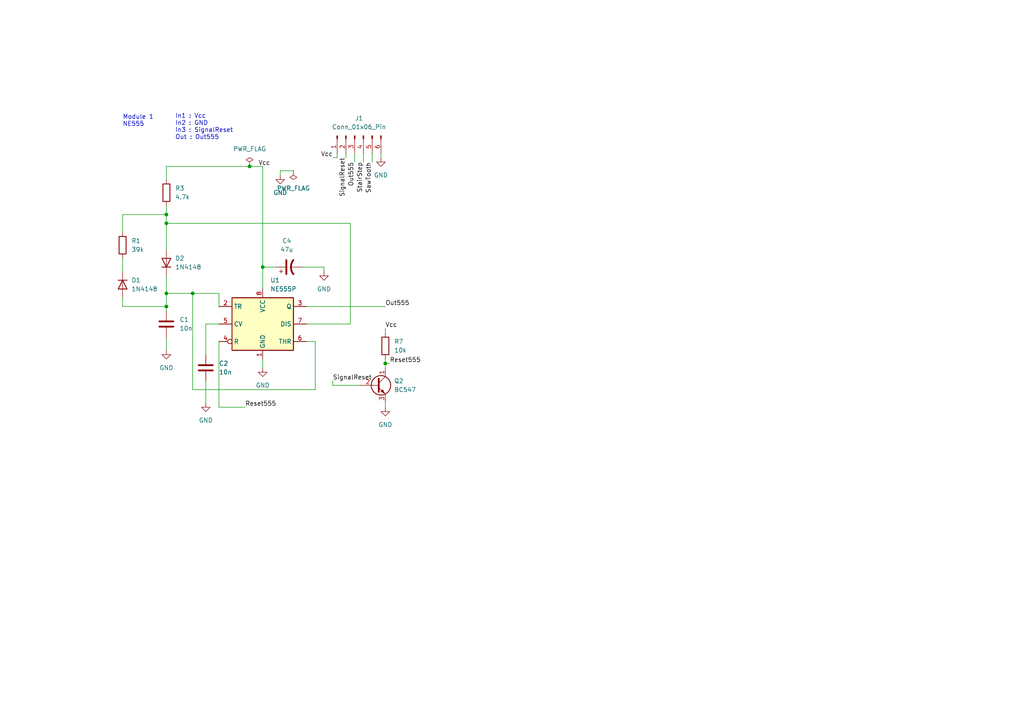
<source format=kicad_sch>
(kicad_sch (version 20230121) (generator eeschema)
  (paper "A4")
  (lib_symbols
    (symbol "Connector:Conn_01x06_Pin" (pin_names (offset 1.016) hide)
      (property "Reference" "J" (at 0 7.62 0))
      (property "Value" "Conn_01x06_Pin" (at 0 -10.16 0))
      (symbol "Conn_01x06_Pin_1_1"
        (polyline (pts (xy 1.27 -7.62) (xy 0.8636 -7.62)) (stroke (width 0.1524)))
        (polyline (pts (xy 1.27 -5.08) (xy 0.8636 -5.08)) (stroke (width 0.1524)))
        (polyline (pts (xy 1.27 -2.54) (xy 0.8636 -2.54)) (stroke (width 0.1524)))
        (polyline (pts (xy 1.27 0) (xy 0.8636 0)) (stroke (width 0.1524)))
        (polyline (pts (xy 1.27 2.54) (xy 0.8636 2.54)) (stroke (width 0.1524)))
        (polyline (pts (xy 1.27 5.08) (xy 0.8636 5.08)) (stroke (width 0.1524)))
        (rectangle (start 0.8636 -7.493) (end 0 -7.747) (stroke (width 0.1524)) (fill (type outline)))
        (rectangle (start 0.8636 -4.953) (end 0 -5.207) (stroke (width 0.1524)) (fill (type outline)))
        (rectangle (start 0.8636 -2.413) (end 0 -2.667) (stroke (width 0.1524)) (fill (type outline)))
        (rectangle (start 0.8636 0.127) (end 0 -0.127) (stroke (width 0.1524)) (fill (type outline)))
        (rectangle (start 0.8636 2.667) (end 0 2.413) (stroke (width 0.1524)) (fill (type outline)))
        (rectangle (start 0.8636 5.207) (end 0 4.953) (stroke (width 0.1524)) (fill (type outline)))
        (pin passive line (at 5.08 5.08 180) (length 3.81) (name "Pin_1") (number "1"))
        (pin passive line (at 5.08 2.54 180) (length 3.81) (name "Pin_2") (number "2"))
        (pin passive line (at 5.08 0 180) (length 3.81) (name "Pin_3") (number "3"))
        (pin passive line (at 5.08 -2.54 180) (length 3.81) (name "Pin_4") (number "4"))
        (pin passive line (at 5.08 -5.08 180) (length 3.81) (name "Pin_5") (number "5"))
        (pin passive line (at 5.08 -7.62 180) (length 3.81) (name "Pin_6") (number "6"))
      )
    )
    (symbol "Device:C" (pin_numbers hide) (pin_names (offset 0.254))
      (property "Reference" "C" (at 0.635 2.54 0))
      (property "Value" "C" (at 0.635 -2.54 0))
      (symbol "C_0_1"
        (polyline (pts (xy -2.032 -0.762) (xy 2.032 -0.762)) (stroke (width 0.508)))
        (polyline (pts (xy -2.032 0.762) (xy 2.032 0.762)) (stroke (width 0.508)))
      )
      (symbol "C_1_1"
        (pin passive line (at 0 3.81 270) (length 2.794) (name "~") (number "1"))
        (pin passive line (at 0 -3.81 90) (length 2.794) (name "~") (number "2"))
      )
    )
    (symbol "Device:C_Polarized_US" (pin_numbers hide) (pin_names (offset 0.254) hide)
      (property "Reference" "C" (at 0.635 2.54 0))
      (property "Value" "C_Polarized_US" (at 0.635 -2.54 0))
      (symbol "C_Polarized_US_0_1"
        (polyline (pts (xy -2.032 0.762) (xy 2.032 0.762)) (stroke (width 0.508)))
        (polyline (pts (xy -1.778 2.286) (xy -0.762 2.286)))
        (polyline (pts (xy -1.27 1.778) (xy -1.27 2.794)))
        (arc (start 2.032 -1.27) (mid 0 -0.5572) (end -2.032 -1.27) (stroke (width 0.508)))
      )
      (symbol "C_Polarized_US_1_1"
        (pin passive line (at 0 3.81 270) (length 2.794) (name "~") (number "1"))
        (pin passive line (at 0 -3.81 90) (length 3.302) (name "~") (number "2"))
      )
    )
    (symbol "Device:D" (pin_numbers hide) (pin_names (offset 1.016) hide)
      (property "Reference" "D" (at 0 2.54 0))
      (property "Value" "D" (at 0 -2.54 0))
      (symbol "D_0_1"
        (polyline (pts (xy -1.27 1.27) (xy -1.27 -1.27)) (stroke (width 0.254)))
        (polyline (pts (xy 1.27 0) (xy -1.27 0)))
        (polyline (pts (xy 1.27 1.27) (xy 1.27 -1.27) (xy -1.27 0) (xy 1.27 1.27)) (stroke (width 0.254)))
      )
      (symbol "D_1_1"
        (pin passive line (at -3.81 0 0) (length 2.54) (name "K") (number "1"))
        (pin passive line (at 3.81 0 180) (length 2.54) (name "A") (number "2"))
      )
    )
    (symbol "Device:R" (pin_numbers hide) (pin_names (offset 0))
      (property "Reference" "R" (at 2.032 0 90))
      (property "Value" "R" (at 0 0 90))
      (symbol "R_0_1"
        (rectangle (start -1.016 -2.54) (end 1.016 2.54) (stroke (width 0.254)))
      )
      (symbol "R_1_1"
        (pin passive line (at 0 3.81 270) (length 1.27) (name "~") (number "1"))
        (pin passive line (at 0 -3.81 90) (length 1.27) (name "~") (number "2"))
      )
    )
    (symbol "Timer:NE555P"
      (property "Reference" "U" (at -10.16 8.89 0))
      (property "Value" "NE555P" (at 2.54 8.89 0))
      (symbol "NE555P_0_0"
        (pin power_in line (at 0 -10.16 90) (length 2.54) (name "GND") (number "1"))
        (pin power_in line (at 0 10.16 270) (length 2.54) (name "VCC") (number "8"))
      )
      (symbol "NE555P_0_1"
        (rectangle (start -8.89 -7.62) (end 8.89 7.62) (stroke (width 0.254)) (fill (type background)))
        (rectangle (start -8.89 -7.62) (end 8.89 7.62) (stroke (width 0.254)) (fill (type background)))
      )
      (symbol "NE555P_1_1"
        (pin input line (at -12.7 5.08 0) (length 3.81) (name "TR") (number "2"))
        (pin output line (at 12.7 5.08 180) (length 3.81) (name "Q") (number "3"))
        (pin input inverted (at -12.7 -5.08 0) (length 3.81) (name "R") (number "4"))
        (pin input line (at -12.7 0 0) (length 3.81) (name "CV") (number "5"))
        (pin input line (at 12.7 -5.08 180) (length 3.81) (name "THR") (number "6"))
        (pin input line (at 12.7 0 180) (length 3.81) (name "DIS") (number "7"))
      )
    )
    (symbol "Transistor_BJT:BC547" (pin_names (offset 0) hide)
      (property "Reference" "Q" (at 5.08 1.905 0))
      (property "Value" "BC547" (at 5.08 0 0))
      (symbol "BC547_0_1"
        (polyline (pts (xy 0 0) (xy 0.635 0)))
        (polyline (pts (xy 0.635 0.635) (xy 2.54 2.54)))
        (polyline (pts (xy 0.635 -0.635) (xy 2.54 -2.54) (xy 2.54 -2.54)))
        (polyline (pts (xy 0.635 1.905) (xy 0.635 -1.905) (xy 0.635 -1.905)) (stroke (width 0.508)))
        (polyline (pts (xy 1.27 -1.778) (xy 1.778 -1.27) (xy 2.286 -2.286) (xy 1.27 -1.778) (xy 1.27 -1.778)) (fill (type outline)))
        (circle (center 1.27 0) (radius 2.8194) (stroke (width 0.254)))
      )
      (symbol "BC547_1_1"
        (pin passive line (at 2.54 5.08 270) (length 2.54) (name "C") (number "1"))
        (pin input line (at -5.08 0 0) (length 5.08) (name "B") (number "2"))
        (pin passive line (at 2.54 -5.08 90) (length 2.54) (name "E") (number "3"))
      )
    )
    (symbol "power:GND" (power) (pin_names (offset 0))
      (property "Value" "GND" (at 0 -3.81 0))
      (symbol "GND_0_1"
        (polyline (pts (xy 0 0) (xy 0 -1.27) (xy 1.27 -1.27) (xy 0 -2.54) (xy -1.27 -1.27) (xy 0 -1.27)))
      )
      (symbol "GND_1_1"
        (pin power_in line (at 0 0 270) (length 0) hide (name "GND") (number "1"))
      )
    )
    (symbol "power:PWR_FLAG" (power) (pin_numbers hide) (pin_names (offset 0) hide)
      (property "Value" "PWR_FLAG" (at 0 3.81 0))
      (symbol "PWR_FLAG_0_0"
        (pin power_out line (at 0 0 90) (length 0) (name "pwr") (number "1"))
      )
      (symbol "PWR_FLAG_0_1"
        (polyline (pts (xy 0 0) (xy 0 1.27) (xy -1.016 1.905) (xy 0 2.54) (xy 1.016 1.905) (xy 0 1.27)))
      )
    )
  )
  (junction (at 48.26 64.77))
  (junction (at 55.88 85.09))
  (junction (at 48.26 85.09))
  (junction (at 72.39 48.26))
  (junction (at 111.76 105.41))
  (junction (at 76.2 77.47))
  (junction (at 48.26 62.23))
  (junction (at 48.26 88.9))
  (wire (pts (xy 72.39 48.26) (xy 76.2 48.26)))
  (wire (pts (xy 85.09 49.53) (xy 81.28 49.53)))
  (wire (pts (xy 63.5 118.11) (xy 63.5 99.06)))
  (wire (pts (xy 88.9 99.06) (xy 91.44 99.06)))
  (wire (pts (xy 87.63 77.47) (xy 93.98 77.47)))
  (wire (pts (xy 96.52 111.76) (xy 104.14 111.76)))
  (wire (pts (xy 97.79 44.45) (xy 97.79 45.72)))
  (wire (pts (xy 107.95 44.45) (xy 107.95 46.99)))
  (wire (pts (xy 48.26 59.69) (xy 48.26 62.23)))
  (wire (pts (xy 111.76 104.14) (xy 111.76 105.41)))
  (wire (pts (xy 48.26 48.26) (xy 72.39 48.26)))
  (wire (pts (xy 111.76 95.25) (xy 111.76 96.52)))
  (wire (pts (xy 35.56 88.9) (xy 48.26 88.9)))
  (wire (pts (xy 63.5 93.98) (xy 59.69 93.98)))
  (wire (pts (xy 81.28 49.53) (xy 81.28 50.8)))
  (wire (pts (xy 111.76 105.41) (xy 113.03 105.41)))
  (wire (pts (xy 59.69 110.49) (xy 59.69 116.84)))
  (wire (pts (xy 55.88 85.09) (xy 63.5 85.09)))
  (wire (pts (xy 35.56 74.93) (xy 35.56 78.74)))
  (wire (pts (xy 48.26 64.77) (xy 48.26 72.39)))
  (wire (pts (xy 97.79 45.72) (xy 96.52 45.72)))
  (wire (pts (xy 48.26 88.9) (xy 48.26 90.17)))
  (wire (pts (xy 63.5 88.9) (xy 63.5 85.09)))
  (wire (pts (xy 59.69 93.98) (xy 59.69 102.87)))
  (wire (pts (xy 88.9 88.9) (xy 111.76 88.9)))
  (wire (pts (xy 100.33 44.45) (xy 100.33 45.72)))
  (wire (pts (xy 35.56 67.31) (xy 35.56 62.23)))
  (wire (pts (xy 55.88 85.09) (xy 55.88 113.03)))
  (wire (pts (xy 102.87 44.45) (xy 102.87 46.99)))
  (wire (pts (xy 88.9 93.98) (xy 101.6 93.98)))
  (wire (pts (xy 101.6 93.98) (xy 101.6 64.77)))
  (wire (pts (xy 48.26 52.07) (xy 48.26 48.26)))
  (wire (pts (xy 80.01 77.47) (xy 76.2 77.47)))
  (wire (pts (xy 55.88 113.03) (xy 91.44 113.03)))
  (wire (pts (xy 63.5 118.11) (xy 71.12 118.11)))
  (wire (pts (xy 105.41 44.45) (xy 105.41 46.99)))
  (wire (pts (xy 48.26 97.79) (xy 48.26 101.6)))
  (wire (pts (xy 76.2 77.47) (xy 76.2 83.82)))
  (wire (pts (xy 48.26 85.09) (xy 48.26 88.9)))
  (wire (pts (xy 48.26 80.01) (xy 48.26 85.09)))
  (wire (pts (xy 110.49 44.45) (xy 110.49 45.72)))
  (wire (pts (xy 111.76 116.84) (xy 111.76 118.11)))
  (wire (pts (xy 48.26 85.09) (xy 55.88 85.09)))
  (wire (pts (xy 111.76 105.41) (xy 111.76 106.68)))
  (wire (pts (xy 76.2 104.14) (xy 76.2 106.68)))
  (wire (pts (xy 93.98 77.47) (xy 93.98 78.74)))
  (wire (pts (xy 35.56 86.36) (xy 35.56 88.9)))
  (wire (pts (xy 35.56 62.23) (xy 48.26 62.23)))
  (wire (pts (xy 96.52 110.49) (xy 96.52 111.76)))
  (wire (pts (xy 48.26 64.77) (xy 101.6 64.77)))
  (wire (pts (xy 48.26 62.23) (xy 48.26 64.77)))
  (wire (pts (xy 91.44 99.06) (xy 91.44 113.03)))
  (wire (pts (xy 76.2 48.26) (xy 76.2 77.47)))
  (text "Module 1\nNE555" (at 35.56 36.83 0) (effects (font (size 1.27 1.27)) (justify left bottom)))
  (text "In1 : Vcc\nIn2 : GND\nIn3 : SignalReset\nOut : Out555" (at 50.8 40.64 0) (effects (font (size 1.27 1.27)) (justify left bottom)))
  (label "Vcc" (at 74.93 48.26 0))
  (label "StairStep" (at 105.41 46.99 270))
  (label "Out555" (at 111.76 88.9 0))
  (label "SignalReset" (at 100.33 45.72 270))
  (label "Out555" (at 102.87 46.99 270))
  (label "Reset555" (at 113.03 105.41 0))
  (label "SignalReset" (at 96.52 110.49 0))
  (label "SawTooth" (at 107.95 46.99 270))
  (label "Vcc" (at 96.52 45.72 180))
  (label "Vcc" (at 111.76 95.25 0))
  (label "Reset555" (at 71.12 118.11 0))
  (symbol (lib_id "Connector:Conn_01x06_Pin") (at 102.87 39.37 90) (mirror x) (unit 1)
    (property "Reference" "J1" (at 104.14 34.29 90))
    (property "Value" "Conn_01x06_Pin" (at 104.14 36.83 90))
    (property "Footprint" "Connector_PinHeader_2.54mm:PinHeader_1x06_P2.54mm_Horizontal" (effects hide))
  )
  (symbol (lib_id "Device:C") (at 48.26 93.98 0) (unit 1)
    (property "Reference" "C1" (at 52.07 92.71 0) (effects (justify left)))
    (property "Value" "10n" (at 52.07 95.25 0) (effects (justify left)))
    (property "Footprint" "Capacitor_THT:C_Disc_D7.5mm_W2.5mm_P5.00mm" (effects hide))
  )
  (symbol (lib_id "power:GND") (at 81.28 50.8 0) (unit 1)
    (property "Reference" "#PWR08" (effects hide))
    (property "Value" "GND" (at 81.28 55.88 0))
  )
  (symbol (lib_id "Device:R") (at 48.26 55.88 0) (unit 1)
    (property "Reference" "R3" (at 50.8 54.61 0) (effects (justify left)))
    (property "Value" "4.7k" (at 50.8 57.15 0) (effects (justify left)))
    (property "Footprint" "Resistor_THT:R_Axial_DIN0411_L9.9mm_D3.6mm_P15.24mm_Horizontal" (effects hide))
  )
  (symbol (lib_id "power:GND") (at 93.98 78.74 0) (unit 1)
    (property "Reference" "#PWR010" (effects hide))
    (property "Value" "GND" (at 93.98 83.82 0))
  )
  (symbol (lib_id "power:GND") (at 59.69 116.84 0) (unit 1)
    (property "Reference" "#PWR02" (effects hide))
    (property "Value" "GND" (at 59.69 121.92 0))
  )
  (symbol (lib_id "Transistor_BJT:BC547") (at 109.22 111.76 0) (unit 1)
    (property "Reference" "Q2" (at 114.3 110.49 0) (effects (justify left)))
    (property "Value" "BC547" (at 114.3 113.03 0) (effects (justify left)))
    (property "Footprint" "Package_TO_SOT_THT:TO-92_Inline" (effects hide))
    (property "Datasheet" "https://www.onsemi.com/pub/Collateral/BC550-D.pdf" (effects hide))
  )
  (symbol (lib_id "power:GND") (at 111.76 118.11 0) (unit 1)
    (property "Reference" "#PWR013" (effects hide))
    (property "Value" "GND" (at 111.76 123.19 0))
  )
  (symbol (lib_id "power:PWR_FLAG") (at 72.39 48.26 0) (unit 1)
    (property "Reference" "#FLG01" (effects hide))
    (property "Value" "PWR_FLAG" (at 72.39 43.18 0))
  )
  (symbol (lib_id "Device:D") (at 35.56 82.55 270) (unit 1)
    (property "Reference" "D1" (at 38.1 81.28 90) (effects (justify left)))
    (property "Value" "1N4148" (at 38.1 83.82 90) (effects (justify left)))
    (property "Footprint" "Diode_THT:D_DO-15_P15.24mm_Horizontal" (effects hide))
    (property "Sim.Device" "D" (effects hide))
    (property "Sim.Pins" "1=K 2=A" (effects hide))
  )
  (symbol (lib_id "power:PWR_FLAG") (at 85.09 49.53 180) (unit 1)
    (property "Reference" "#FLG02" (effects hide))
    (property "Value" "PWR_FLAG" (at 85.09 54.61 0))
  )
  (symbol (lib_id "Device:C") (at 59.69 106.68 0) (unit 1)
    (property "Reference" "C2" (at 63.5 105.41 0) (effects (justify left)))
    (property "Value" "10n" (at 63.5 107.95 0) (effects (justify left)))
    (property "Footprint" "Capacitor_THT:C_Disc_D7.5mm_W2.5mm_P5.00mm" (effects hide))
  )
  (symbol (lib_id "Device:D") (at 48.26 76.2 90) (unit 1)
    (property "Reference" "D2" (at 50.8 74.93 90) (effects (justify right)))
    (property "Value" "1N4148" (at 50.8 77.47 90) (effects (justify right)))
    (property "Footprint" "Diode_THT:D_DO-15_P15.24mm_Horizontal" (effects hide))
    (property "Sim.Device" "D" (effects hide))
    (property "Sim.Pins" "1=K 2=A" (effects hide))
  )
  (symbol (lib_id "Device:R") (at 35.56 71.12 0) (unit 1)
    (property "Reference" "R1" (at 38.1 69.85 0) (effects (justify left)))
    (property "Value" "39k" (at 38.1 72.39 0) (effects (justify left)))
    (property "Footprint" "Resistor_THT:R_Axial_DIN0411_L9.9mm_D3.6mm_P15.24mm_Horizontal" (effects hide))
  )
  (symbol (lib_id "Timer:NE555P") (at 76.2 93.98 0) (unit 1)
    (property "Reference" "U1" (at 78.3941 81.28 0) (effects (justify left)))
    (property "Value" "NE555P" (at 78.3941 83.82 0) (effects (justify left)))
    (property "Footprint" "Package_DIP:DIP-8_W7.62mm" (effects hide))
    (property "Datasheet" "http://www.ti.com/lit/ds/symlink/ne555.pdf" (effects hide))
  )
  (symbol (lib_id "Device:R") (at 111.76 100.33 180) (unit 1)
    (property "Reference" "R7" (at 114.3 99.06 0) (effects (justify right)))
    (property "Value" "10k" (at 114.3 101.6 0) (effects (justify right)))
    (property "Footprint" "Resistor_THT:R_Axial_DIN0411_L9.9mm_D3.6mm_P15.24mm_Horizontal" (effects hide))
  )
  (symbol (lib_id "power:GND") (at 76.2 106.68 0) (unit 1)
    (property "Reference" "#PWR06" (effects hide))
    (property "Value" "GND" (at 76.2 111.76 0))
  )
  (symbol (lib_id "Device:C_Polarized_US") (at 83.82 77.47 90) (unit 1)
    (property "Reference" "C4" (at 83.185 69.85 90))
    (property "Value" "47u" (at 83.185 72.39 90))
    (property "Footprint" "Capacitor_THT:CP_Radial_D13.0mm_P5.00mm" (effects hide))
  )
  (symbol (lib_id "power:GND") (at 48.26 101.6 0) (unit 1)
    (property "Reference" "#PWR01" (effects hide))
    (property "Value" "GND" (at 48.26 106.68 0))
  )
  (symbol (lib_id "power:GND") (at 110.49 45.72 0) (unit 1)
    (property "Reference" "#PWR012" (effects hide))
    (property "Value" "GND" (at 110.49 50.8 0))
  )
)
</source>
